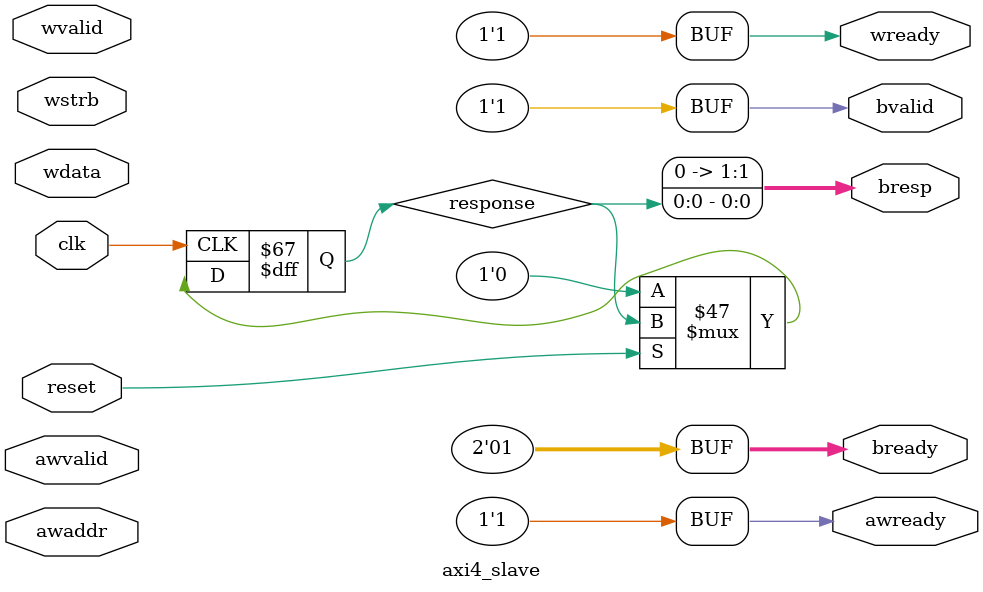
<source format=v>
module axi4_slave(
    input wire clk,
    input wire reset,
    input wire [31:0] awaddr, // receive write address
    input wire awvalid, // write address valid
    output wire awready, // write address is ready
    input wire [31:0] wdata, // receive write data
    input wire [3:0] wstrb, // write strobes
    input wire wvalid, // write valid
    output wire wready,
    output wire [1:0] bresp,
    output wire bvalid,
    output wire [1:0] bready
);

reg [31:0] fifo [0:15];
reg [4:0] write_pointer;
reg [4:0] read_pointer;
reg [31:0] data;

always @(posedge clk) begin
    if (reset) begin
        write_pointer <= 5'b0;
        read_pointer <= 5'b0;
        data <= 32'b0;
    end else begin
        if (awvalid && awready && wvalid && wready) begin
            fifo[write_pointer] <= wdata;
            write_pointer <= write_pointer + 5'b1;
        end

        if (bvalid && bready) begin
            response <= 2'b00;
        end
    end
end

assign awready = 1'b1;
assign wready = 1'b1;
assign bresp = response;
assign bvalid = 1'b1;
assign bready = 1'b1;

// FIFO logic to read data from the slave

endmodule

</source>
